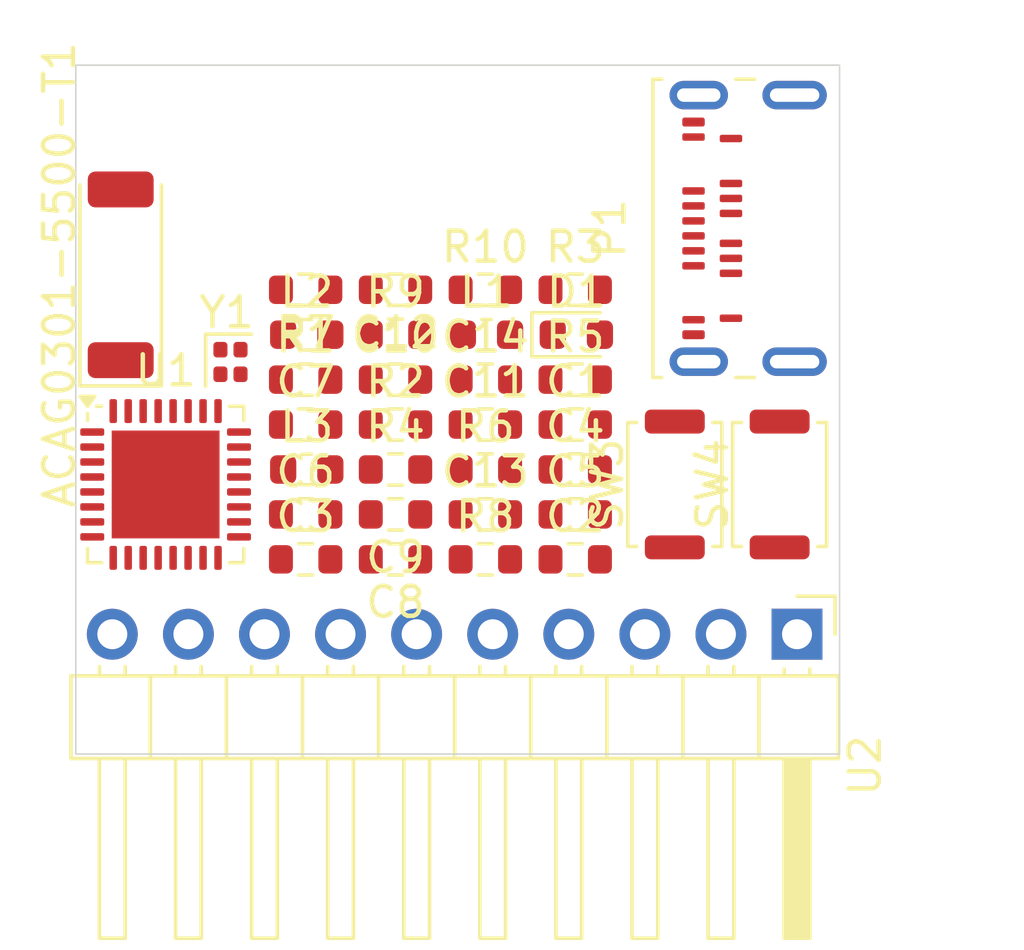
<source format=kicad_pcb>
(kicad_pcb (version 20241229) (generator "pcbnew") (generator_version "9.0")
  (layers (0 "F.Cu" signal) (2 "B.Cu" signal) (13 "F.Paste" user) (15 "B.Paste" user) (5 "F.SilkS" user "F.Silkscreen") (7 "B.SilkS" user "B.Silkscreen") (1 "F.Mask" user) (3 "B.Mask" user) (25 "Edge.Cuts" user))
  (net 0 "")
  (net 2 "Net-(ACAG0301-5500-T1-Pad1)")
  (net 3 "GND")
  (net 4 "Net-(C1-Pad1)")
  (net 5 "+3.3V")
  (net 6 "CHIP_EN")
  (net 7 "BOOT")
  (net 8 "Net-(D1-A)")
  (net 9 "5V_USB")
  (net 10 "Net-(P1-D-)")
  (net 11 "Net-(P1-VCONN)")
  (net 12 "Net-(P1-CC)")
  (net 13 "Net-(P1-D+)")
  (net 14 "USB_DATA_P")
  (net 15 "USB_DATA_N")
  (net 16 "Net-(U2-UART_TX)")
  (net 25 "SWCLK")
  (net 29 "SWDIO")
  (net 30 "-3V3")
  (net 34 "XTAL_NEG")
  (net 35 "VDD_A3P3")
  (net 36 "VDD_A1")
  (net 37 "ANTENNA")
  (net 38 "GPIO_15")
  (net 39 "XTAL_POS")
  (net 40 "LPUART_TX_C6")
  (net 41 "UART_TX_C6")
  (net 42 "GPIO_8")
  (net 43 "LPUART_RX_C6")
  (net 44 "UART_RX_C6")
  (footprint "Resistor_SMD:R_0603_1608Metric" (layer "F.Cu") (at 148.675 81.5 180)
    (property "Reference" "C8" (at 0 -1.43 0) (layer "F.SilkS"))
    (property "Value" "1uF")
    (fp_line (start -0.237258 0.5225) (end 0.237258 0.5225) (stroke (width 0.12)) (layer "F.SilkS"))
    (fp_line (start -0.237258 -0.5225) (end 0.237258 -0.5225) (stroke (width 0.12)) (layer "F.SilkS"))
    (pad "1" smd roundrect (at -0.825 0 180) (size 0.8 0.95) (layers "F.Cu" "F.Mask" "F.Paste") (net 6 "CHIP_EN"))
    (pad "2" smd roundrect (at 0.825 0 180) (size 0.8 0.95) (layers "F.Cu" "F.Mask" "F.Paste") (net 3 "GND"))
  )
  (footprint "Resistor_SMD:R_0603_1608Metric" (layer "F.Cu") (at 151.675 78.5)
    (property "Reference" "R6" (at 0 -1.43 0) (layer "F.SilkS"))
    (property "Value" "5.1k")
    (fp_line (start -0.237258 -0.5225) (end 0.237258 -0.5225) (stroke (width 0.12)) (layer "F.SilkS"))
    (fp_line (start -0.237258 0.5225) (end 0.237258 0.5225) (stroke (width 0.12)) (layer "F.SilkS"))
    (pad "1" smd roundrect (at -0.825 0) (size 0.8 0.95) (layers "F.Cu" "F.Mask" "F.Paste") (net 11 "Net-(P1-VCONN)"))
    (pad "2" smd roundrect (at 0.825 0) (size 0.8 0.95) (layers "F.Cu" "F.Mask" "F.Paste") (net 3 "GND"))
  )
  (footprint "Resistor_SMD:R_0603_1608Metric" (layer "F.Cu") (at 154.675 80)
    (property "Reference" "C5" (at 0 -1.43 0) (layer "F.SilkS"))
    (property "Value" "1uF")
    (fp_line (start -0.237258 -0.5225) (end 0.237258 -0.5225) (stroke (width 0.12)) (layer "F.SilkS"))
    (fp_line (start -0.237258 0.5225) (end 0.237258 0.5225) (stroke (width 0.12)) (layer "F.SilkS"))
    (pad "1" smd roundrect (at -0.825 0) (size 0.8 0.95) (layers "F.Cu" "F.Mask" "F.Paste") (net 5 "+3.3V"))
    (pad "2" smd roundrect (at 0.825 0) (size 0.8 0.95) (layers "F.Cu" "F.Mask" "F.Paste") (net 3 "GND"))
  )
  (footprint "Resistor_SMD:R_0603_1608Metric" (layer "F.Cu") (at 151.675 72.5)
    (property "Reference" "R10" (at 0 -1.43 0) (layer "F.SilkS"))
    (property "Value" "5.1k")
    (fp_line (start -0.237258 -0.5225) (end 0.237258 -0.5225) (stroke (width 0.12)) (layer "F.SilkS"))
    (fp_line (start -0.237258 0.5225) (end 0.237258 0.5225) (stroke (width 0.12)) (layer "F.SilkS"))
    (pad "1" smd roundrect (at -0.825 0) (size 0.8 0.95) (layers "F.Cu" "F.Mask" "F.Paste") (net 42 "GPIO_8"))
    (pad "2" smd roundrect (at 0.825 0) (size 0.8 0.95) (layers "F.Cu" "F.Mask" "F.Paste") (net 36 "VDD_A1"))
  )
  (footprint "Resistor_SMD:R_0603_1608Metric" (layer "F.Cu") (at 145.675 81.5)
    (property "Reference" "C3" (at 0 -1.43 0) (layer "F.SilkS"))
    (property "Value" "100nF")
    (fp_line (start -0.237258 -0.5225) (end 0.237258 -0.5225) (stroke (width 0.12)) (layer "F.SilkS"))
    (fp_line (start -0.237258 0.5225) (end 0.237258 0.5225) (stroke (width 0.12)) (layer "F.SilkS"))
    (pad "1" smd roundrect (at -0.825 0) (size 0.8 0.95) (layers "F.Cu" "F.Mask" "F.Paste") (net 35 "VDD_A3P3"))
    (pad "2" smd roundrect (at 0.825 0) (size 0.8 0.95) (layers "F.Cu" "F.Mask" "F.Paste") (net 3 "GND"))
  )
  (footprint "Connector_USB:USB_C_Receptacle_Amphenol_124019772112A" (layer "F.Cu") (at 161.825 70.45 90)
    (property "Reference" "P1" (at 0 -6 90) (layer "F.SilkS"))
    (property "Value" "USB_C_Plug_USB2.0")
    (fp_line (start 4.98 -4.555) (end -4.98 -4.555) (stroke (width 0.12)) (layer "F.SilkS"))
    (fp_line (start -4.98 -4.555) (end -4.98 -4.26) (stroke (width 0.12)) (layer "F.SilkS"))
    (fp_line (start 4.98 -4.26) (end 4.98 -4.555) (stroke (width 0.12)) (layer "F.SilkS"))
    (fp_line (start 4.98 -1.16) (end 4.98 -1.79) (stroke (width 0.12)) (layer "F.SilkS"))
    (fp_line (start -4.98 -1.16) (end -4.98 -1.79) (stroke (width 0.12)) (layer "F.SilkS"))
    (pad "A1" smd roundrect (at -3.55 -3.2 90) (size 0.3 0.75) (layers "F.Cu" "F.Mask" "F.Paste") (net 3 "GND"))
    (pad "A1" smd roundrect (at -3.05 -3.2 90) (size 0.25 0.75) (layers "F.Cu" "F.Mask" "F.Paste") (net 3 "GND"))
    (pad "A1" smd roundrect (at 3.55 -3.2 90) (size 0.3 0.75) (layers "F.Cu" "F.Mask" "F.Paste") (net 3 "GND"))
    (pad "A4" smd roundrect (at -1.25 -3.2 90) (size 0.25 0.75) (layers "F.Cu" "F.Mask" "F.Paste") (net 9 "5V_USB"))
    (pad "A5" smd roundrect (at -0.75 -3.2 90) (size 0.25 0.75) (layers "F.Cu" "F.Mask" "F.Paste") (net 12 "Net-(P1-CC)"))
    (pad "A6" smd roundrect (at -0.25 -3.2 90) (size 0.25 0.75) (layers "F.Cu" "F.Mask" "F.Paste") (net 13 "Net-(P1-D+)"))
    (pad "A7" smd roundrect (at 0.25 -3.2 90) (size 0.25 0.75) (layers "F.Cu" "F.Mask" "F.Paste") (net 10 "Net-(P1-D-)"))
    (pad "A8" smd roundrect (at 0.75 -3.2 90) (size 0.25 0.75) (layers "F.Cu" "F.Mask" "F.Paste"))
    (pad "A9" smd roundrect (at 1.25 -3.2 90) (size 0.25 0.75) (layers "F.Cu" "F.Mask" "F.Paste") (net 9 "5V_USB"))
    (pad "A12" smd roundrect (at 3.05 -3.2 90) (size 0.25 0.75) (layers "F.Cu" "F.Mask" "F.Paste") (net 3 "GND"))
    (pad "B1" smd roundrect (at 3 -1.95 90) (size 0.25 0.75) (layers "F.Cu" "F.Mask" "F.Paste") (net 3 "GND"))
    (pad "B4" smd roundrect (at 1.5 -1.95 90) (size 0.25 0.75) (layers "F.Cu" "F.Mask" "F.Paste") (net 9 "5V_USB"))
    (pad "B5" smd roundrect (at 1 -1.95 90) (size 0.25 0.75) (layers "F.Cu" "F.Mask" "F.Paste") (net 11 "Net-(P1-VCONN)"))
    (pad "B6" smd roundrect (at 0.5 -1.95 90) (size 0.25 0.75) (layers "F.Cu" "F.Mask" "F.Paste"))
    (pad "B7" smd roundrect (at -0.5 -1.95 90) (size 0.25 0.75) (layers "F.Cu" "F.Mask" "F.Paste"))
    (pad "B8" smd roundrect (at -1 -1.95 90) (size 0.25 0.75) (layers "F.Cu" "F.Mask" "F.Paste"))
    (pad "B9" smd roundrect (at -1.5 -1.95 90) (size 0.25 0.75) (layers "F.Cu" "F.Mask" "F.Paste") (net 9 "5V_USB"))
    (pad "B12" smd roundrect (at -3 -1.95 90) (size 0.25 0.75) (layers "F.Cu" "F.Mask" "F.Paste") (net 3 "GND"))
    (pad "S1" thru_hole oval (at -4.45 -3.025 90) (size 0.95 1.95) (drill oval 0.45 1.45) (property pad_prop_heatsink) (layers "*.Cu" "*.Mask") (net 3 "GND"))
    (pad "S1" thru_hole oval (at -4.45 0.175 90) (size 0.95 2.15) (drill oval 0.45 1.65) (property pad_prop_heatsink) (layers "*.Cu" "*.Mask") (net 3 "GND"))
    (pad "S1" thru_hole oval (at 4.45 -3.025 90) (size 0.95 1.95) (drill oval 0.45 1.45) (property pad_prop_heatsink) (layers "*.Cu" "*.Mask") (net 3 "GND"))
    (pad "S1" thru_hole oval (at 4.45 0.175 90) (size 0.95 2.15) (drill oval 0.45 1.65) (property pad_prop_heatsink) (layers "*.Cu" "*.Mask") (net 3 "GND"))
  )
  (footprint "Inductor_SMD:L_0603_1608Metric" (layer "F.Cu") (at 145.7125 78.5)
    (property "Reference" "L3" (at 0 -1.43 0) (layer "F.SilkS"))
    (property "Value" "24nH")
    (fp_line (start -0.162779 -0.51) (end 0.162779 -0.51) (stroke (width 0.12)) (layer "F.SilkS"))
    (fp_line (start -0.162779 0.51) (end 0.162779 0.51) (stroke (width 0.12)) (layer "F.SilkS"))
    (pad "1" smd roundrect (at -0.7875 0) (size 0.875 0.95) (layers "F.Cu" "F.Mask" "F.Paste") (net 4 "Net-(C1-Pad1)"))
    (pad "2" smd roundrect (at 0.7875 0) (size 0.875 0.95) (layers "F.Cu" "F.Mask" "F.Paste") (net 39 "XTAL_POS"))
  )
  (footprint "Resistor_SMD:R_0603_1608Metric" (layer "F.Cu") (at 151.675 80)
    (property "Reference" "C13" (at 0 -1.43 0) (layer "F.SilkS"))
    (property "Value" "1uF")
    (fp_line (start -0.237258 -0.5225) (end 0.237258 -0.5225) (stroke (width 0.12)) (layer "F.SilkS"))
    (fp_line (start -0.237258 0.5225) (end 0.237258 0.5225) (stroke (width 0.12)) (layer "F.SilkS"))
    (pad "1" smd roundrect (at -0.825 0) (size 0.8 0.95) (layers "F.Cu" "F.Mask" "F.Paste") (net 36 "VDD_A1"))
    (pad "2" smd roundrect (at 0.825 0) (size 0.8 0.95) (layers "F.Cu" "F.Mask" "F.Paste") (net 3 "GND"))
  )
  (footprint "Resistor_SMD:R_0603_1608Metric" (layer "F.Cu") (at 154.675 75.5)
    (property "Reference" "R5" (at 0 -1.43 0) (layer "F.SilkS"))
    (property "Value" "5.1k")
    (fp_line (start -0.237258 -0.5225) (end 0.237258 -0.5225) (stroke (width 0.12)) (layer "F.SilkS"))
    (fp_line (start -0.237258 0.5225) (end 0.237258 0.5225) (stroke (width 0.12)) (layer "F.SilkS"))
    (pad "1" smd roundrect (at -0.825 0) (size 0.8 0.95) (layers "F.Cu" "F.Mask" "F.Paste") (net 12 "Net-(P1-CC)"))
    (pad "2" smd roundrect (at 0.825 0) (size 0.8 0.95) (layers "F.Cu" "F.Mask" "F.Paste") (net 3 "GND"))
  )
  (footprint "Resistor_SMD:R_0603_1608Metric" (layer "F.Cu") (at 154.675 78.5)
    (property "Reference" "C4" (at 0 -1.43 0) (layer "F.SilkS"))
    (property "Value" "100nF")
    (fp_line (start -0.237258 -0.5225) (end 0.237258 -0.5225) (stroke (width 0.12)) (layer "F.SilkS"))
    (fp_line (start -0.237258 0.5225) (end 0.237258 0.5225) (stroke (width 0.12)) (layer "F.SilkS"))
    (pad "1" smd roundrect (at -0.825 0) (size 0.8 0.95) (layers "F.Cu" "F.Mask" "F.Paste") (net 5 "+3.3V"))
    (pad "2" smd roundrect (at 0.825 0) (size 0.8 0.95) (layers "F.Cu" "F.Mask" "F.Paste") (net 3 "GND"))
  )
  (footprint "Connector_PinHeader_2.54mm:PinHeader_1x10_P2.54mm_Horizontal" (layer "F.Cu") (at 162.08 84 -90)
    (property "Reference" "U2" (at 4.385 -2.27 90) (layer "F.SilkS"))
    (property "Value" "~")
    (fp_line (start 1.39 24.24) (end 4.15 24.24) (stroke (width 0.12)) (layer "F.SilkS"))
    (fp_line (start 4.15 24.24) (end 4.15 -1.38) (stroke (width 0.12)) (layer "F.SilkS"))
    (fp_line (start 1.077358 23.29) (end 1.39 23.29) (stroke (width 0.12)) (layer "F.SilkS"))
    (fp_line (start 10.15 23.29) (end 4.15 23.29) (stroke (width 0.12)) (layer "F.SilkS"))
    (fp_line (start 1.077358 22.43) (end 1.39 22.43) (stroke (width 0.12)) (layer "F.SilkS"))
    (fp_line (start 4.15 22.43) (end 10.15 22.43) (stroke (width 0.12)) (layer "F.SilkS"))
    (fp_line (start 10.15 22.43) (end 10.15 23.29) (stroke (width 0.12)) (layer "F.SilkS"))
    (fp_line (start 1.39 21.59) (end 4.15 21.59) (stroke (width 0.12)) (layer "F.SilkS"))
    (fp_line (start 1.077358 20.75) (end 1.39 20.75) (stroke (width 0.12)) (layer "F.SilkS"))
    (fp_line (start 10.15 20.75) (end 4.15 20.75) (stroke (width 0.12)) (layer "F.SilkS"))
    (fp_line (start 1.077358 19.89) (end 1.39 19.89) (stroke (width 0.12)) (layer "F.SilkS"))
    (fp_line (start 4.15 19.89) (end 10.15 19.89) (stroke (width 0.12)) (layer "F.SilkS"))
    (fp_line (start 10.15 19.89) (end 10.15 20.75) (stroke (width 0.12)) (layer "F.SilkS"))
    (fp_line (start 1.39 19.05) (end 4.15 19.05) (stroke (width 0.12)) (layer "F.SilkS"))
    (fp_line (start 1.077358 18.21) (end 1.39 18.21) (stroke (width 0.12)) (layer "F.SilkS"))
    (fp_line (start 10.15 18.21) (end 4.15 18.21) (stroke (width 0.12)) (layer "F.SilkS"))
    (fp_line (start 1.077358 17.35) (end 1.39 17.35) (stroke (width 0.12)) (layer "F.SilkS"))
    (fp_line (start 4.15 17.35) (end 10.15 17.35) (stroke (width 0.12)) (layer "F.SilkS"))
    (fp_line (start 10.15 17.35) (end 10.15 18.21) (stroke (width 0.12)) (layer "F.SilkS"))
    (fp_line (start 1.39 16.51) (end 4.15 16.51) (stroke (width 0.12)) (layer "F.SilkS"))
    (fp_line (start 1.077358 15.67) (end 1.39 15.67) (stroke (width 0.12)) (layer "F.SilkS"))
    (fp_line (start 10.15 15.67) (end 4.15 15.67) (stroke (width 0.12)) (layer "F.SilkS"))
    (fp_line (start 1.077358 14.81) (end 1.39 14.81) (stroke (width 0.12)) (layer "F.SilkS"))
    (fp_line (start 4.15 14.81) (end 10.15 14.81) (stroke (width 0.12)) (layer "F.SilkS"))
    (fp_line (start 10.15 14.81) (end 10.15 15.67) (stroke (width 0.12)) (layer "F.SilkS"))
    (fp_line (start 1.39 13.97) (end 4.15 13.97) (stroke (width 0.12)) (layer "F.SilkS"))
    (fp_line (start 1.077358 13.13) (end 1.39 13.13) (stroke (width 0.12)) (layer "F.SilkS"))
    (fp_line (start 10.15 13.13) (end 4.15 13.13) (stroke (width 0.12)) (layer "F.SilkS"))
    (fp_line (start 1.077358 12.27) (end 1.39 12.27) (stroke (width 0.12)) (layer "F.SilkS"))
    (fp_line (start 4.15 12.27) (end 10.15 12.27) (stroke (width 0.12)) (layer "F.SilkS"))
    (fp_line (start 10.15 12.27) (end 10.15 13.13) (stroke (width 0.12)) (layer "F.SilkS"))
    (fp_line (start 1.39 11.43) (end 4.15 11.43) (stroke (width 0.12)) (layer "F.SilkS"))
    (fp_line (start 1.077358 10.59) (end 1.39 10.59) (stroke (width 0.12)) (layer "F.SilkS"))
    (fp_line (start 10.15 10.59) (end 4.15 10.59) (stroke (width 0.12)) (layer "F.SilkS"))
    (fp_line (start 1.077358 9.73) (end 1.39 9.73) (stroke (width 0.12)) (layer "F.SilkS"))
    (fp_line (start 4.15 9.73) (end 10.15 9.73) (stroke (width 0.12)) (layer "F.SilkS"))
    (fp_line (start 10.15 9.73) (end 10.15 10.59) (stroke (width 0.12)) (layer "F.SilkS"))
    (fp_line (start 1.39 8.89) (end 4.15 8.89) (stroke (width 0.12)) (layer "F.SilkS"))
    (fp_line (start 1.077358 8.05) (end 1.39 8.05) (stroke (width 0.12)) (layer "F.SilkS"))
    (fp_line (start 10.15 8.05) (end 4.15 8.05) (stroke (width 0.12)) (layer "F.SilkS"))
    (fp_line (start 1.077358 7.19) (end 1.39 7.19) (stroke (width 0.12)) (layer "F.SilkS"))
    (fp_line (start 4.15 7.19) (end 10.15 7.19) (stroke (width 0.12)) (layer "F.SilkS"))
    (fp_line (start 10.15 7.19) (end 10.15 8.05) (stroke (width 0.12)) (layer "F.SilkS"))
    (fp_line (start 1.39 6.35) (end 4.15 6.35) (stroke (width 0.12)) (layer "F.SilkS"))
    (fp_line (start 1.077358 5.51) (end 1.39 5.51) (stroke (width 0.12)) (layer "F.SilkS"))
    (fp_line (start 10.15 5.51) (end 4.15 5.51) (stroke (width 0.12)) (layer "F.SilkS"))
    (fp_line (start 1.077358 4.65) (end 1.39 4.65) (stroke (width 0.12)) (layer "F.SilkS"))
    (fp_line (start 4.15 4.65) (end 10.15 4.65) (stroke (width 0.12)) (layer "F.SilkS"))
    (fp_line (start 10.15 4.65) (end 10.15 5.51) (stroke (width 0.12)) (layer "F.SilkS"))
    (fp_line (start 1.39 3.81) (end 4.15 3.81) (stroke (width 0.12)) (layer "F.SilkS"))
    (fp_line (start 1.077358 2.97) (end 1.39 2.97) (stroke (width 0.12)) (layer "F.SilkS"))
    (fp_line (start 10.15 2.97) (end 4.15 2.97) (stroke (width 0.12)) (layer "F.SilkS"))
    (fp_line (start 1.077358 2.11) (end 1.39 2.11) (stroke (width 0.12)) (layer "F.SilkS"))
    (fp_line (start 4.15 2.11) (end 10.15 2.11) (stroke (width 0.12)) (layer "F.SilkS"))
    (fp_line (start 10.15 2.11) (end 10.15 2.97) (stroke (width 0.12)) (layer "F.SilkS"))
    (fp_line (start 1.39 1.27) (end 4.15 1.27) (stroke (width 0.12)) (layer "F.SilkS"))
    (fp_line (start 1.16 0.43) (end 1.39 0.43) (stroke (width 0.12)) (layer "F.SilkS"))
    (fp_line (start -1.27 0) (end -1.27 -1.27) (stroke (width 0.12)) (layer "F.SilkS"))
    (fp_line (start 1.16 -0.43) (end 1.39 -0.43) (stroke (width 0.12)) (layer "F.SilkS"))
    (fp_line (start -1.27 -1.27) (end 0 -1.27) (stroke (width 0.12)) (layer "F.SilkS"))
    (fp_line (start 1.39 -1.38) (end 1.39 24.24) (stroke (width 0.12)) (layer "F.SilkS"))
    (fp_line (start 4.15 -1.38) (end 1.39 -1.38) (stroke (width 0.12)) (layer "F.SilkS"))
    (fp_rect (start 4.15 -0.43) (end 10.15 0.43) (stroke (width 0.12)) (fill yes) (layer "F.SilkS"))
    (pad "1" thru_hole rect (at 0 0 270) (size 1.7 1.7) (drill 1) (layers "*.Cu" "*.Mask") (net 30 "-3V3"))
    (pad "2" thru_hole circle (at 0 2.54 270) (size 1.7 1.7) (drill 1) (layers "*.Cu" "*.Mask") (net 25 "SWCLK"))
    (pad "3" thru_hole circle (at 0 5.08 270) (size 1.7 1.7) (drill 1) (layers "*.Cu" "*.Mask") (net 3 "GND"))
    (pad "4" thru_hole circle (at 0 7.62 270) (size 1.7 1.7) (drill 1) (layers "*.Cu" "*.Mask") (net 29 "SWDIO"))
    (pad "5" thru_hole circle (at 0 10.16 270) (size 1.7 1.7) (drill 1) (layers "*.Cu" "*.Mask") (net 16 "Net-(U2-UART_TX)"))
    (pad "6" thru_hole circle (at 0 12.7 270) (size 1.7 1.7) (drill 1) (layers "*.Cu" "*.Mask") (net 44 "UART_RX_C6"))
    (pad "7" thru_hole circle (at 0 15.24 270) (size 1.7 1.7) (drill 1) (layers "*.Cu" "*.Mask") (net 40 "LPUART_TX_C6"))
    (pad "8" thru_hole circle (at 0 17.78 270) (size 1.7 1.7) (drill 1) (layers "*.Cu" "*.Mask") (net 43 "LPUART_RX_C6"))
    (pad "9" thru_hole circle (at 0 20.32 270) (size 1.7 1.7) (drill 1) (layers "*.Cu" "*.Mask"))
    (pad "10" thru_hole circle (at 0 22.86 270) (size 1.7 1.7) (drill 1) (layers "*.Cu" "*.Mask") (net 3 "GND"))
  )
  (footprint "Inductor_SMD:L_0603_1608Metric" (layer "F.Cu") (at 151.7125 74)
    (property "Reference" "L1" (at 0 -1.43 0) (layer "F.SilkS"))
    (property "Value" "3nH")
    (fp_line (start -0.162779 -0.51) (end 0.162779 -0.51) (stroke (width 0.12)) (layer "F.SilkS"))
    (fp_line (start -0.162779 0.51) (end 0.162779 0.51) (stroke (width 0.12)) (layer "F.SilkS"))
    (pad "1" smd roundrect (at -0.7875 0) (size 0.875 0.95) (layers "F.Cu" "F.Mask" "F.Paste") (net 2 "Net-(ACAG0301-5500-T1-Pad1)"))
    (pad "2" smd roundrect (at 0.7875 0) (size 0.875 0.95) (layers "F.Cu" "F.Mask" "F.Paste") (net 37 "ANTENNA"))
  )
  (footprint "Button_Switch_SMD:SW_Push_SPST_NO_Alps_SKRK" (layer "F.Cu") (at 161.5 79 90)
    (property "Reference" "SW4" (at 0 -2.25 90) (layer "F.SilkS"))
    (property "Value" "SW_Push")
    (fp_line (start 2.07 -1.57) (end 2.07 -1.27) (stroke (width 0.12)) (layer "F.SilkS"))
    (fp_line (start -2.07 -1.57) (end 2.07 -1.57) (stroke (width 0.12)) (layer "F.SilkS"))
    (fp_line (start -2.07 -1.27) (end -2.07 -1.57) (stroke (width 0.12)) (layer "F.SilkS"))
    (fp_line (start 2.07 1.27) (end 2.07 1.57) (stroke (width 0.12)) (layer "F.SilkS"))
    (fp_line (start 2.07 1.57) (end -2.07 1.57) (stroke (width 0.12)) (layer "F.SilkS"))
    (fp_line (start -2.07 1.57) (end -2.07 1.27) (stroke (width 0.12)) (layer "F.SilkS"))
    (pad "1" smd roundrect (at -2.1 0 90) (size 0.8 2) (layers "F.Cu" "F.Mask" "F.Paste") (net 3 "GND"))
    (pad "2" smd roundrect (at 2.1 0 90) (size 0.8 2) (layers "F.Cu" "F.Mask" "F.Paste") (net 7 "BOOT"))
  )
  (footprint "Resistor_SMD:R_0603_1608Metric" (layer "F.Cu") (at 151.675 81.5)
    (property "Reference" "R8" (at 0 -1.43 0) (layer "F.SilkS"))
    (property "Value" "22")
    (fp_line (start -0.237258 -0.5225) (end 0.237258 -0.5225) (stroke (width 0.12)) (layer "F.SilkS"))
    (fp_line (start -0.237258 0.5225) (end 0.237258 0.5225) (stroke (width 0.12)) (layer "F.SilkS"))
    (pad "1" smd roundrect (at -0.825 0) (size 0.8 0.95) (layers "F.Cu" "F.Mask" "F.Paste") (net 10 "Net-(P1-D-)"))
    (pad "2" smd roundrect (at 0.825 0) (size 0.8 0.95) (layers "F.Cu" "F.Mask" "F.Paste") (net 15 "USB_DATA_N"))
  )
  (footprint "Resistor_SMD:R_0603_1608Metric" (layer "F.Cu") (at 154.675 81.5)
    (property "Reference" "C2" (at 0 -1.43 0) (layer "F.SilkS"))
    (property "Value" "6pF")
    (fp_line (start -0.237258 -0.5225) (end 0.237258 -0.5225) (stroke (width 0.12)) (layer "F.SilkS"))
    (fp_line (start -0.237258 0.5225) (end 0.237258 0.5225) (stroke (width 0.12)) (layer "F.SilkS"))
    (pad "1" smd roundrect (at -0.825 0) (size 0.8 0.95) (layers "F.Cu" "F.Mask" "F.Paste") (net 34 "XTAL_NEG"))
    (pad "2" smd roundrect (at 0.825 0) (size 0.8 0.95) (layers "F.Cu" "F.Mask" "F.Paste") (net 3 "GND"))
  )
  (footprint "Resistor_SMD:R_0603_1608Metric" (layer "F.Cu") (at 154.675 72.5)
    (property "Reference" "R3" (at 0 -1.43 0) (layer "F.SilkS"))
    (property "Value" "1.5k")
    (fp_line (start -0.237258 -0.5225) (end 0.237258 -0.5225) (stroke (width 0.12)) (layer "F.SilkS"))
    (fp_line (start -0.237258 0.5225) (end 0.237258 0.5225) (stroke (width 0.12)) (layer "F.SilkS"))
    (pad "1" smd roundrect (at -0.825 0) (size 0.8 0.95) (layers "F.Cu" "F.Mask" "F.Paste") (net 8 "Net-(D1-A)"))
    (pad "2" smd roundrect (at 0.825 0) (size 0.8 0.95) (layers "F.Cu" "F.Mask" "F.Paste") (net 36 "VDD_A1"))
  )
  (footprint "LED_SMD:LED_0603_1608Metric" (layer "F.Cu") (at 154.7125 74)
    (property "Reference" "D1" (at 0 -1.43 0) (layer "F.SilkS"))
    (property "Value" "Green")
    (fp_line (start -1.485 -0.735) (end -1.485 0.735) (stroke (width 0.12)) (layer "F.SilkS"))
    (fp_line (start -1.485 0.735) (end 0.8 0.735) (stroke (width 0.12)) (layer "F.SilkS"))
    (fp_line (start 0.8 -0.735) (end -1.485 -0.735) (stroke (width 0.12)) (layer "F.SilkS"))
    (pad "1" smd roundrect (at -0.7875 0) (size 0.875 0.95) (layers "F.Cu" "F.Mask" "F.Paste") (net 38 "GPIO_15"))
    (pad "2" smd roundrect (at 0.7875 0) (size 0.875 0.95) (layers "F.Cu" "F.Mask" "F.Paste") (net 8 "Net-(D1-A)"))
  )
  (footprint "Button_Switch_SMD:SW_Push_SPST_NO_Alps_SKRK" (layer "F.Cu") (at 158 79 90)
    (property "Reference" "SW3" (at 0 -2.25 90) (layer "F.SilkS"))
    (property "Value" "SW_Push")
    (fp_line (start 2.07 -1.57) (end 2.07 -1.27) (stroke (width 0.12)) (layer "F.SilkS"))
    (fp_line (start -2.07 -1.57) (end 2.07 -1.57) (stroke (width 0.12)) (layer "F.SilkS"))
    (fp_line (start -2.07 -1.27) (end -2.07 -1.57) (stroke (width 0.12)) (layer "F.SilkS"))
    (fp_line (start 2.07 1.27) (end 2.07 1.57) (stroke (width 0.12)) (layer "F.SilkS"))
    (fp_line (start 2.07 1.57) (end -2.07 1.57) (stroke (width 0.12)) (layer "F.SilkS"))
    (fp_line (start -2.07 1.57) (end -2.07 1.27) (stroke (width 0.12)) (layer "F.SilkS"))
    (pad "1" smd roundrect (at -2.1 0 90) (size 0.8 2) (layers "F.Cu" "F.Mask" "F.Paste") (net 3 "GND"))
    (pad "2" smd roundrect (at 2.1 0 90) (size 0.8 2) (layers "F.Cu" "F.Mask" "F.Paste") (net 6 "CHIP_EN"))
  )
  (footprint "Crystal:Crystal_SMD_1210-4Pin_1.2x1.0mm" (layer "F.Cu") (at 143.165 74.91)
    (property "Reference" "Y1" (at -0.125 -1.65 0) (layer "F.SilkS"))
    (property "Value" "40MHz(+/-10ppm)")
    (fp_line (start -0.83 -0.93) (end -0.83 0.81) (stroke (width 0.12)) (layer "F.SilkS"))
    (fp_line (start 0.71 -0.93) (end -0.83 -0.93) (stroke (width 0.12)) (layer "F.SilkS"))
    (pad "1" smd roundrect (at -0.335 -0.41 270) (size 0.52 0.47) (layers "F.Cu" "F.Mask" "F.Paste") (net 34 "XTAL_NEG"))
    (pad "2" smd roundrect (at -0.335 0.41 270) (size 0.52 0.47) (layers "F.Cu" "F.Mask" "F.Paste"))
    (pad "3" smd roundrect (at 0.335 0.41 270) (size 0.52 0.47) (layers "F.Cu" "F.Mask" "F.Paste") (net 4 "Net-(C1-Pad1)"))
    (pad "4" smd roundrect (at 0.335 -0.41 270) (size 0.52 0.47) (layers "F.Cu" "F.Mask" "F.Paste"))
  )
  (footprint "Resistor_SMD:R_0603_1608Metric" (layer "F.Cu") (at 148.675 75.5)
    (property "Reference" "C10" (at 0 -1.43 0) (layer "F.SilkS"))
    (property "Value" "100nF")
    (fp_line (start -0.237258 -0.5225) (end 0.237258 -0.5225) (stroke (width 0.12)) (layer "F.SilkS"))
    (fp_line (start -0.237258 0.5225) (end 0.237258 0.5225) (stroke (width 0.12)) (layer "F.SilkS"))
    (pad "1" smd roundrect (at -0.825 0) (size 0.8 0.95) (layers "F.Cu" "F.Mask" "F.Paste") (net 36 "VDD_A1"))
    (pad "2" smd roundrect (at 0.825 0) (size 0.8 0.95) (layers "F.Cu" "F.Mask" "F.Paste") (net 3 "GND"))
  )
  (footprint "Resistor_SMD:R_0603_1608Metric" (layer "F.Cu") (at 145.675 72.5 180)
    (property "Reference" "R7" (at 0 -1.43 0) (layer "F.SilkS"))
    (property "Value" "10k")
    (fp_line (start -0.237258 0.5225) (end 0.237258 0.5225) (stroke (width 0.12)) (layer "F.SilkS"))
    (fp_line (start -0.237258 -0.5225) (end 0.237258 -0.5225) (stroke (width 0.12)) (layer "F.SilkS"))
    (pad "1" smd roundrect (at -0.825 0 180) (size 0.8 0.95) (layers "F.Cu" "F.Mask" "F.Paste") (net 36 "VDD_A1"))
    (pad "2" smd roundrect (at 0.825 0 180) (size 0.8 0.95) (layers "F.Cu" "F.Mask" "F.Paste") (net 40 "LPUART_TX_C6"))
  )
  (footprint "Resistor_SMD:R_0603_1608Metric" (layer "F.Cu") (at 145.675 80)
    (property "Reference" "C6" (at 0 -1.43 0) (layer "F.SilkS"))
    (property "Value" "10uF")
    (fp_line (start -0.237258 -0.5225) (end 0.237258 -0.5225) (stroke (width 0.12)) (layer "F.SilkS"))
    (fp_line (start -0.237258 0.5225) (end 0.237258 0.5225) (stroke (width 0.12)) (layer "F.SilkS"))
    (pad "1" smd roundrect (at -0.825 0) (size 0.8 0.95) (layers "F.Cu" "F.Mask" "F.Paste") (net 5 "+3.3V"))
    (pad "2" smd roundrect (at 0.825 0) (size 0.8 0.95) (layers "F.Cu" "F.Mask" "F.Paste") (net 3 "GND"))
  )
  (footprint "Resistor_SMD:R_0603_1608Metric" (layer "F.Cu") (at 148.675 72.5 180)
    (property "Reference" "C12" (at 0 -1.43 0) (layer "F.SilkS"))
    (property "Value" "2.2pF")
    (fp_line (start -0.237258 0.5225) (end 0.237258 0.5225) (stroke (width 0.12)) (layer "F.SilkS"))
    (fp_line (start -0.237258 -0.5225) (end 0.237258 -0.5225) (stroke (width 0.12)) (layer "F.SilkS"))
    (pad "1" smd roundrect (at -0.825 0 180) (size 0.8 0.95) (layers "F.Cu" "F.Mask" "F.Paste") (net 37 "ANTENNA"))
    (pad "2" smd roundrect (at 0.825 0 180) (size 0.8 0.95) (layers "F.Cu" "F.Mask" "F.Paste") (net 3 "GND"))
  )
  (footprint "Resistor_SMD:R_0603_1608Metric" (layer "F.Cu") (at 148.675 77)
    (property "Reference" "R2" (at 0 -1.43 0) (layer "F.SilkS"))
    (property "Value" "10k")
    (fp_line (start -0.237258 -0.5225) (end 0.237258 -0.5225) (stroke (width 0.12)) (layer "F.SilkS"))
    (fp_line (start -0.237258 0.5225) (end 0.237258 0.5225) (stroke (width 0.12)) (layer "F.SilkS"))
    (pad "1" smd roundrect (at -0.825 0) (size 0.8 0.95) (layers "F.Cu" "F.Mask" "F.Paste") (net 36 "VDD_A1"))
    (pad "2" smd roundrect (at 0.825 0) (size 0.8 0.95) (layers "F.Cu" "F.Mask" "F.Paste") (net 7 "BOOT"))
  )
  (footprint "Resistor_SMD:R_0603_1608Metric" (layer "F.Cu") (at 148.675 80 180)
    (property "Reference" "C9" (at 0 -1.43 0) (layer "F.SilkS"))
    (property "Value" "15pF")
    (fp_line (start -0.237258 0.5225) (end 0.237258 0.5225) (stroke (width 0.12)) (layer "F.SilkS"))
    (fp_line (start -0.237258 -0.5225) (end 0.237258 -0.5225) (stroke (width 0.12)) (layer "F.SilkS"))
    (pad "1" smd roundrect (at -0.825 0 180) (size 0.8 0.95) (layers "F.Cu" "F.Mask" "F.Paste") (net 7 "BOOT"))
    (pad "2" smd roundrect (at 0.825 0 180) (size 0.8 0.95) (layers "F.Cu" "F.Mask" "F.Paste") (net 3 "GND"))
  )
  (footprint "Resistor_SMD:R_0603_1608Metric" (layer "F.Cu") (at 148.675 74)
    (property "Reference" "R9" (at 0 -1.43 0) (layer "F.SilkS"))
    (property "Value" "499")
    (fp_line (start -0.237258 -0.5225) (end 0.237258 -0.5225) (stroke (width 0.12)) (layer "F.SilkS"))
    (fp_line (start -0.237258 0.5225) (end 0.237258 0.5225) (stroke (width 0.12)) (layer "F.SilkS"))
    (pad "1" smd roundrect (at -0.825 0) (size 0.8 0.95) (layers "F.Cu" "F.Mask" "F.Paste") (net 41 "UART_TX_C6"))
    (pad "2" smd roundrect (at 0.825 0) (size 0.8 0.95) (layers "F.Cu" "F.Mask" "F.Paste") (net 16 "Net-(U2-UART_TX)"))
  )
  (footprint "Inductor_SMD:L_0603_1608Metric" (layer "F.Cu") (at 145.7125 74)
    (property "Reference" "L2" (at 0 -1.43 0) (layer "F.SilkS"))
    (property "Value" "2nH")
    (fp_line (start -0.162779 -0.51) (end 0.162779 -0.51) (stroke (width 0.12)) (layer "F.SilkS"))
    (fp_line (start -0.162779 0.51) (end 0.162779 0.51) (stroke (width 0.12)) (layer "F.SilkS"))
    (pad "1" smd roundrect (at -0.7875 0) (size 0.875 0.95) (layers "F.Cu" "F.Mask" "F.Paste") (net 5 "+3.3V"))
    (pad "2" smd roundrect (at 0.7875 0) (size 0.875 0.95) (layers "F.Cu" "F.Mask" "F.Paste") (net 35 "VDD_A3P3"))
  )
  (footprint "Resistor_SMD:R_0603_1608Metric" (layer "F.Cu") (at 151.675 77)
    (property "Reference" "C11" (at 0 -1.43 0) (layer "F.SilkS"))
    (property "Value" "2.4pF")
    (fp_line (start -0.237258 -0.5225) (end 0.237258 -0.5225) (stroke (width 0.12)) (layer "F.SilkS"))
    (fp_line (start -0.237258 0.5225) (end 0.237258 0.5225) (stroke (width 0.12)) (layer "F.SilkS"))
    (pad "1" smd roundrect (at -0.825 0) (size 0.8 0.95) (layers "F.Cu" "F.Mask" "F.Paste") (net 2 "Net-(ACAG0301-5500-T1-Pad1)"))
    (pad "2" smd roundrect (at 0.825 0) (size 0.8 0.95) (layers "F.Cu" "F.Mask" "F.Paste") (net 3 "GND"))
  )
  (footprint "RF_Antenna:Johanson_2450AT43F0100" (layer "F.Cu") (at 139.5 72 90)
    (property "Reference" "ACAG0301-5500-T1" (at 0 -2.05 90) (layer "F.SilkS"))
    (property "Value" "~")
    (fp_line (start 3 -1.36) (end -3.71 -1.36) (stroke (width 0.12)) (layer "F.SilkS"))
    (fp_line (start -3.71 -1.36) (end -3.71 1.36) (stroke (width 0.12)) (layer "F.SilkS"))
    (fp_line (start -3.71 1.36) (end 3 1.36) (stroke (width 0.12)) (layer "F.SilkS"))
    (pad "1" smd roundrect (at -2.85 0 90) (size 1.2 2.2) (layers "F.Cu" "F.Mask" "F.Paste") (roundrect_rratio 0.208333) (net 2 "Net-(ACAG0301-5500-T1-Pad1)"))
    (pad "2" smd roundrect (at 2.85 0 90) (size 1.2 2.2) (layers "F.Cu" "F.Mask" "F.Paste") (roundrect_rratio 0.208333))
  )
  (footprint "Resistor_SMD:R_0603_1608Metric" (layer "F.Cu") (at 154.675 77)
    (property "Reference" "C1" (at 0 -1.43 0) (layer "F.SilkS"))
    (property "Value" "6pF")
    (fp_line (start -0.237258 -0.5225) (end 0.237258 -0.5225) (stroke (width 0.12)) (layer "F.SilkS"))
    (fp_line (start -0.237258 0.5225) (end 0.237258 0.5225) (stroke (width 0.12)) (layer "F.SilkS"))
    (pad "1" smd roundrect (at -0.825 0) (size 0.8 0.95) (layers "F.Cu" "F.Mask" "F.Paste") (net 4 "Net-(C1-Pad1)"))
    (pad "2" smd roundrect (at 0.825 0) (size 0.8 0.95) (layers "F.Cu" "F.Mask" "F.Paste") (net 3 "GND"))
  )
  (footprint "Resistor_SMD:R_0603_1608Metric" (layer "F.Cu") (at 148.675 78.5)
    (property "Reference" "R4" (at 0 -1.43 0) (layer "F.SilkS"))
    (property "Value" "22")
    (fp_line (start -0.237258 -0.5225) (end 0.237258 -0.5225) (stroke (width 0.12)) (layer "F.SilkS"))
    (fp_line (start -0.237258 0.5225) (end 0.237258 0.5225) (stroke (width 0.12)) (layer "F.SilkS"))
    (pad "1" smd roundrect (at -0.825 0) (size 0.8 0.95) (layers "F.Cu" "F.Mask" "F.Paste") (net 13 "Net-(P1-D+)"))
    (pad "2" smd roundrect (at 0.825 0) (size 0.8 0.95) (layers "F.Cu" "F.Mask" "F.Paste") (net 14 "USB_DATA_P"))
  )
  (footprint "Package_DFN_QFN:QFN-32-1EP_5x5mm_P0.5mm_EP3.6x3.6mm" (layer "F.Cu") (at 141 79)
    (property "Reference" "U1" (at 0 -3.8 0) (layer "F.SilkS"))
    (property "Value" "ESP32-C6FH4")
    (fp_line (start -2.61 -2.135) (end -2.61 -2.37) (stroke (width 0.12)) (layer "F.SilkS"))
    (fp_line (start -2.61 2.61) (end -2.61 2.135) (stroke (width 0.12)) (layer "F.SilkS"))
    (fp_line (start -2.135 -2.61) (end -2.31 -2.61) (stroke (width 0.12)) (layer "F.SilkS"))
    (fp_line (start -2.135 2.61) (end -2.61 2.61) (stroke (width 0.12)) (layer "F.SilkS"))
    (fp_line (start 2.135 -2.61) (end 2.61 -2.61) (stroke (width 0.12)) (layer "F.SilkS"))
    (fp_line (start 2.135 2.61) (end 2.61 2.61) (stroke (width 0.12)) (layer "F.SilkS"))
    (fp_line (start 2.61 -2.61) (end 2.61 -2.135) (stroke (width 0.12)) (layer "F.SilkS"))
    (fp_line (start 2.61 2.61) (end 2.61 2.135) (stroke (width 0.12)) (layer "F.SilkS"))
    (fp_poly (pts (xy -2.61 -2.61) (xy -2.85 -2.94) (xy -2.37 -2.94)) (stroke (width 0.12)) (fill yes) (layer "F.SilkS"))
    (pad "1" smd roundrect (at -2.45 -1.75) (size 0.8 0.25) (layers "F.Cu" "F.Mask" "F.Paste") (net 37 "ANTENNA"))
    (pad "2" smd roundrect (at -2.45 -1.25) (size 0.8 0.25) (layers "F.Cu" "F.Mask" "F.Paste") (net 35 "VDD_A3P3"))
    (pad "3" smd roundrect (at -2.45 -0.75) (size 0.8 0.25) (layers "F.Cu" "F.Mask" "F.Paste") (net 35 "VDD_A3P3"))
    (pad "4" smd roundrect (at -2.45 -0.25) (size 0.8 0.25) (layers "F.Cu" "F.Mask" "F.Paste") (net 6 "CHIP_EN"))
    (pad "5" smd roundrect (at -2.45 0.25) (size 0.8 0.25) (layers "F.Cu" "F.Mask" "F.Paste") (net 36 "VDD_A1"))
    (pad "6" smd roundrect (at -2.45 0.75) (size 0.8 0.25) (layers "F.Cu" "F.Mask" "F.Paste") (net 25 "SWCLK"))
    (pad "7" smd roundrect (at -2.45 1.25) (size 0.8 0.25) (layers "F.Cu" "F.Mask" "F.Paste") (net 29 "SWDIO"))
    (pad "8" smd roundrect (at -2.45 1.75) (size 0.8 0.25) (layers "F.Cu" "F.Mask" "F.Paste"))
    (pad "9" smd roundrect (at -1.75 2.45) (size 0.25 0.8) (layers "F.Cu" "F.Mask" "F.Paste"))
    (pad "10" smd roundrect (at -1.25 2.45) (size 0.25 0.8) (layers "F.Cu" "F.Mask" "F.Paste") (net 43 "LPUART_RX_C6"))
    (pad "11" smd roundrect (at -0.75 2.45) (size 0.25 0.8) (layers "F.Cu" "F.Mask" "F.Paste") (net 40 "LPUART_TX_C6"))
    (pad "12" smd roundrect (at -0.25 2.45) (size 0.25 0.8) (layers "F.Cu" "F.Mask" "F.Paste"))
    (pad "13" smd roundrect (at 0.25 2.45) (size 0.25 0.8) (layers "F.Cu" "F.Mask" "F.Paste"))
    (pad "14" smd roundrect (at 0.75 2.45) (size 0.25 0.8) (layers "F.Cu" "F.Mask" "F.Paste") (net 42 "GPIO_8"))
    (pad "15" smd roundrect (at 1.25 2.45) (size 0.25 0.8) (layers "F.Cu" "F.Mask" "F.Paste") (net 7 "BOOT"))
    (pad "16" smd roundrect (at 1.75 2.45) (size 0.25 0.8) (layers "F.Cu" "F.Mask" "F.Paste") (net 15 "USB_DATA_N"))
    (pad "17" smd roundrect (at 2.45 1.75) (size 0.8 0.25) (layers "F.Cu" "F.Mask" "F.Paste") (net 14 "USB_DATA_P"))
    (pad "18" smd roundrect (at 2.45 1.25) (size 0.8 0.25) (layers "F.Cu" "F.Mask" "F.Paste"))
    (pad "19" smd roundrect (at 2.45 0.75) (size 0.8 0.25) (layers "F.Cu" "F.Mask" "F.Paste") (net 38 "GPIO_15"))
    (pad "20" smd roundrect (at 2.45 0.25) (size 0.8 0.25) (layers "F.Cu" "F.Mask" "F.Paste") (net 36 "VDD_A1"))
    (pad "21" smd roundrect (at 2.45 -0.25) (size 0.8 0.25) (layers "F.Cu" "F.Mask" "F.Paste") (net 41 "UART_TX_C6"))
    (pad "22" smd roundrect (at 2.45 -0.75) (size 0.8 0.25) (layers "F.Cu" "F.Mask" "F.Paste") (net 44 "UART_RX_C6"))
    (pad "23" smd roundrect (at 2.45 -1.25) (size 0.8 0.25) (layers "F.Cu" "F.Mask" "F.Paste"))
    (pad "24" smd roundrect (at 2.45 -1.75) (size 0.8 0.25) (layers "F.Cu" "F.Mask" "F.Paste"))
    (pad "25" smd roundrect (at 1.75 -2.45) (size 0.25 0.8) (layers "F.Cu" "F.Mask" "F.Paste"))
    (pad "26" smd roundrect (at 1.25 -2.45) (size 0.25 0.8) (layers "F.Cu" "F.Mask" "F.Paste"))
    (pad "27" smd roundrect (at 0.75 -2.45) (size 0.25 0.8) (layers "F.Cu" "F.Mask" "F.Paste"))
    (pad "28" smd roundrect (at 0.25 -2.45) (size 0.25 0.8) (layers "F.Cu" "F.Mask" "F.Paste"))
    (pad "29" smd roundrect (at -0.25 -2.45) (size 0.25 0.8) (layers "F.Cu" "F.Mask" "F.Paste") (net 36 "VDD_A1"))
    (pad "30" smd roundrect (at -0.75 -2.45) (size 0.25 0.8) (layers "F.Cu" "F.Mask" "F.Paste") (net 34 "XTAL_NEG"))
    (pad "31" smd roundrect (at -1.25 -2.45) (size 0.25 0.8) (layers "F.Cu" "F.Mask" "F.Paste") (net 39 "XTAL_POS"))
    (pad "32" smd roundrect (at -1.75 -2.45) (size 0.25 0.8) (layers "F.Cu" "F.Mask" "F.Paste") (net 36 "VDD_A1"))
    (pad "33" smd rect (at 0 0) (size 3.6 3.6) (property pad_prop_heatsink) (layers "F.Cu" "F.Mask") (net 3 "GND"))
  )
  (footprint "Resistor_SMD:R_0603_1608Metric" (layer "F.Cu") (at 145.675 77)
    (property "Reference" "C7" (at 0 -1.43 0) (layer "F.SilkS"))
    (property "Value" "100nF")
    (fp_line (start -0.237258 -0.5225) (end 0.237258 -0.5225) (stroke (width 0.12)) (layer "F.SilkS"))
    (fp_line (start -0.237258 0.5225) (end 0.237258 0.5225) (stroke (width 0.12)) (layer "F.SilkS"))
    (pad "1" smd roundrect (at -0.825 0) (size 0.8 0.95) (layers "F.Cu" "F.Mask" "F.Paste") (net 36 "VDD_A1"))
    (pad "2" smd roundrect (at 0.825 0) (size 0.8 0.95) (layers "F.Cu" "F.Mask" "F.Paste") (net 3 "GND"))
  )
  (footprint "Resistor_SMD:R_0603_1608Metric" (layer "F.Cu") (at 145.675 75.5)
    (property "Reference" "R1" (at 0 -1.43 0) (layer "F.SilkS"))
    (property "Value" "10k")
    (fp_line (start -0.237258 -0.5225) (end 0.237258 -0.5225) (stroke (width 0.12)) (layer "F.SilkS"))
    (fp_line (start -0.237258 0.5225) (end 0.237258 0.5225) (stroke (width 0.12)) (layer "F.SilkS"))
    (pad "1" smd roundrect (at -0.825 0) (size 0.8 0.95) (layers "F.Cu" "F.Mask" "F.Paste") (net 36 "VDD_A1"))
    (pad "2" smd roundrect (at 0.825 0) (size 0.8 0.95) (layers "F.Cu" "F.Mask" "F.Paste") (net 6 "CHIP_EN"))
  )
  (footprint "Resistor_SMD:R_0603_1608Metric" (layer "F.Cu") (at 151.675 75.5)
    (property "Reference" "C14" (at 0 -1.43 0) (layer "F.SilkS"))
    (property "Value" "10nF")
    (fp_line (start -0.237258 -0.5225) (end 0.237258 -0.5225) (stroke (width 0.12)) (layer "F.SilkS"))
    (fp_line (start -0.237258 0.5225) (end 0.237258 0.5225) (stroke (width 0.12)) (layer "F.SilkS"))
    (pad "1" smd roundrect (at -0.825 0) (size 0.8 0.95) (layers "F.Cu" "F.Mask" "F.Paste") (net 36 "VDD_A1"))
    (pad "2" smd roundrect (at 0.825 0) (size 0.8 0.95) (layers "F.Cu" "F.Mask" "F.Paste") (net 3 "GND"))
  )
  (gr_rect (start 138 65) (end 163.5 88) (stroke (width 0.05)) (fill no) (layer "Edge.Cuts"))
)
</source>
